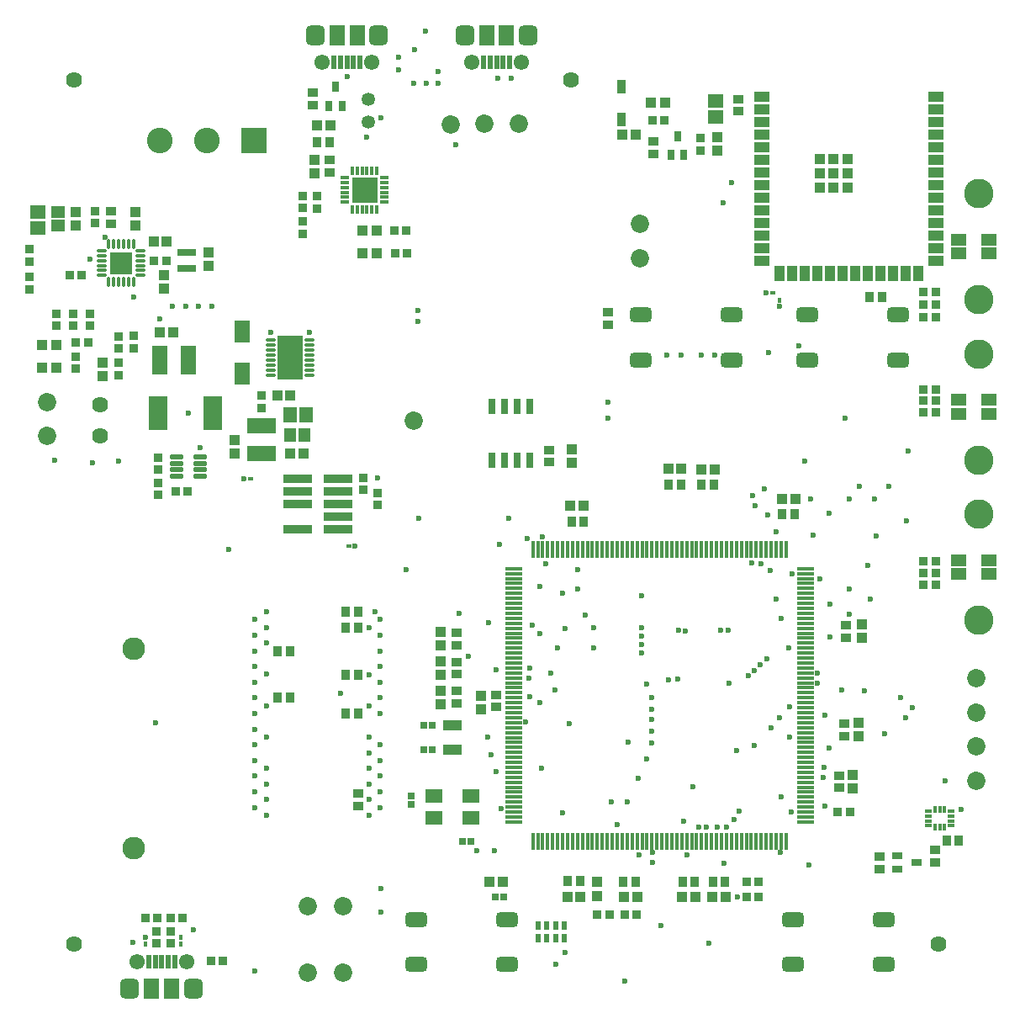
<source format=gts>
G04*
G04 #@! TF.GenerationSoftware,Altium Limited,Altium Designer,20.2.5 (213)*
G04*
G04 Layer_Color=8388736*
%FSLAX25Y25*%
%MOIN*%
G70*
G04*
G04 #@! TF.SameCoordinates,C1AB7A55-160F-408B-B7C6-D50FE72A222F*
G04*
G04*
G04 #@! TF.FilePolarity,Negative*
G04*
G01*
G75*
%ADD19R,0.02362X0.03543*%
%ADD20R,0.03543X0.03937*%
G04:AMPARAMS|DCode=21|XSize=63.78mil|YSize=14.96mil|CornerRadius=2.35mil|HoleSize=0mil|Usage=FLASHONLY|Rotation=270.000|XOffset=0mil|YOffset=0mil|HoleType=Round|Shape=RoundedRectangle|*
%AMROUNDEDRECTD21*
21,1,0.06378,0.01025,0,0,270.0*
21,1,0.05907,0.01496,0,0,270.0*
1,1,0.00471,-0.00513,-0.02954*
1,1,0.00471,-0.00513,0.02954*
1,1,0.00471,0.00513,0.02954*
1,1,0.00471,0.00513,-0.02954*
%
%ADD21ROUNDEDRECTD21*%
G04:AMPARAMS|DCode=22|XSize=63.78mil|YSize=14.96mil|CornerRadius=2.35mil|HoleSize=0mil|Usage=FLASHONLY|Rotation=180.000|XOffset=0mil|YOffset=0mil|HoleType=Round|Shape=RoundedRectangle|*
%AMROUNDEDRECTD22*
21,1,0.06378,0.01025,0,0,180.0*
21,1,0.05907,0.01496,0,0,180.0*
1,1,0.00471,-0.02954,0.00513*
1,1,0.00471,0.02954,0.00513*
1,1,0.00471,0.02954,-0.00513*
1,1,0.00471,-0.02954,-0.00513*
%
%ADD22ROUNDEDRECTD22*%
%ADD23R,0.02756X0.06102*%
%ADD24R,0.03937X0.04331*%
%ADD25R,0.10000X0.17480*%
G04:AMPARAMS|DCode=26|XSize=37.8mil|YSize=14.57mil|CornerRadius=3.3mil|HoleSize=0mil|Usage=FLASHONLY|Rotation=0.000|XOffset=0mil|YOffset=0mil|HoleType=Round|Shape=RoundedRectangle|*
%AMROUNDEDRECTD26*
21,1,0.03780,0.00797,0,0,0.0*
21,1,0.03120,0.01457,0,0,0.0*
1,1,0.00659,0.01560,-0.00399*
1,1,0.00659,-0.01560,-0.00399*
1,1,0.00659,-0.01560,0.00399*
1,1,0.00659,0.01560,0.00399*
%
%ADD26ROUNDEDRECTD26*%
G04:AMPARAMS|DCode=27|XSize=59.06mil|YSize=86.61mil|CornerRadius=15.75mil|HoleSize=0mil|Usage=FLASHONLY|Rotation=90.000|XOffset=0mil|YOffset=0mil|HoleType=Round|Shape=RoundedRectangle|*
%AMROUNDEDRECTD27*
21,1,0.05906,0.05512,0,0,90.0*
21,1,0.02756,0.08661,0,0,90.0*
1,1,0.03150,0.02756,0.01378*
1,1,0.03150,0.02756,-0.01378*
1,1,0.03150,-0.02756,-0.01378*
1,1,0.03150,-0.02756,0.01378*
%
%ADD27ROUNDEDRECTD27*%
%ADD28R,0.05945X0.04764*%
%ADD29R,0.03937X0.03937*%
%ADD30R,0.06299X0.03937*%
%ADD31R,0.03937X0.06299*%
%ADD32R,0.03347X0.03740*%
%ADD33R,0.03740X0.01575*%
G04:AMPARAMS|DCode=34|XSize=37.01mil|YSize=14.17mil|CornerRadius=3.25mil|HoleSize=0mil|Usage=FLASHONLY|Rotation=90.000|XOffset=0mil|YOffset=0mil|HoleType=Round|Shape=RoundedRectangle|*
%AMROUNDEDRECTD34*
21,1,0.03701,0.00768,0,0,90.0*
21,1,0.03051,0.01417,0,0,90.0*
1,1,0.00650,0.00384,0.01526*
1,1,0.00650,0.00384,-0.01526*
1,1,0.00650,-0.00384,-0.01526*
1,1,0.00650,-0.00384,0.01526*
%
%ADD34ROUNDEDRECTD34*%
G04:AMPARAMS|DCode=35|XSize=37.01mil|YSize=14.17mil|CornerRadius=3.25mil|HoleSize=0mil|Usage=FLASHONLY|Rotation=0.000|XOffset=0mil|YOffset=0mil|HoleType=Round|Shape=RoundedRectangle|*
%AMROUNDEDRECTD35*
21,1,0.03701,0.00768,0,0,0.0*
21,1,0.03051,0.01417,0,0,0.0*
1,1,0.00650,0.01526,-0.00384*
1,1,0.00650,-0.01526,-0.00384*
1,1,0.00650,-0.01526,0.00384*
1,1,0.00650,0.01526,0.00384*
%
%ADD35ROUNDEDRECTD35*%
%ADD36R,0.08661X0.08661*%
%ADD37R,0.03740X0.03347*%
%ADD38R,0.02756X0.02913*%
%ADD39R,0.03937X0.03543*%
%ADD40R,0.02132X0.01778*%
%ADD41R,0.04331X0.03937*%
%ADD42R,0.11378X0.03307*%
%ADD43R,0.04134X0.04134*%
%ADD44R,0.04134X0.04134*%
%ADD45R,0.03150X0.03937*%
%ADD46R,0.01968X0.05709*%
%ADD47R,0.06299X0.07874*%
%ADD48R,0.01778X0.02132*%
G04:AMPARAMS|DCode=49|XSize=52.76mil|YSize=22.05mil|CornerRadius=6.5mil|HoleSize=0mil|Usage=FLASHONLY|Rotation=180.000|XOffset=0mil|YOffset=0mil|HoleType=Round|Shape=RoundedRectangle|*
%AMROUNDEDRECTD49*
21,1,0.05276,0.00906,0,0,180.0*
21,1,0.03976,0.02205,0,0,180.0*
1,1,0.01299,-0.01988,0.00453*
1,1,0.01299,0.01988,0.00453*
1,1,0.01299,0.01988,-0.00453*
1,1,0.01299,-0.01988,-0.00453*
%
%ADD49ROUNDEDRECTD49*%
%ADD50R,0.07677X0.13780*%
%ADD51R,0.05512X0.04724*%
%ADD52R,0.01575X0.03740*%
%ADD53R,0.10433X0.10433*%
%ADD54R,0.04724X0.05512*%
%ADD55R,0.07480X0.04331*%
%ADD56R,0.07480X0.02756*%
%ADD57C,0.05315*%
%ADD58R,0.06299X0.08740*%
%ADD59R,0.02913X0.02756*%
%ADD60R,0.06693X0.05315*%
%ADD61R,0.01772X0.02677*%
%ADD62R,0.02677X0.01772*%
%ADD63R,0.03937X0.03150*%
%ADD64R,0.05906X0.05512*%
%ADD65R,0.03347X0.05315*%
%ADD66R,0.02959X0.02762*%
%ADD67R,0.05906X0.11417*%
%ADD68R,0.11417X0.05906*%
%ADD69R,0.05512X0.05906*%
%ADD70C,0.07284*%
%ADD71C,0.02362*%
%ADD72C,0.11693*%
%ADD73C,0.01968*%
%ADD74C,0.08957*%
G04:AMPARAMS|DCode=75|XSize=74.8mil|YSize=78.74mil|CornerRadius=19.68mil|HoleSize=0mil|Usage=FLASHONLY|Rotation=180.000|XOffset=0mil|YOffset=0mil|HoleType=Round|Shape=RoundedRectangle|*
%AMROUNDEDRECTD75*
21,1,0.07480,0.03937,0,0,180.0*
21,1,0.03543,0.07874,0,0,180.0*
1,1,0.03937,-0.01772,0.01968*
1,1,0.03937,0.01772,0.01968*
1,1,0.03937,0.01772,-0.01968*
1,1,0.03937,-0.01772,-0.01968*
%
%ADD75ROUNDEDRECTD75*%
%ADD76C,0.06102*%
%ADD77R,0.10138X0.10138*%
%ADD78C,0.10138*%
%ADD79C,0.06394*%
D19*
X964295Y554639D02*
D03*
X957209D02*
D03*
X953665D02*
D03*
Y559364D02*
D03*
X957209D02*
D03*
X964295D02*
D03*
X960752D02*
D03*
Y554639D02*
D03*
D20*
X871232Y870000D02*
D03*
X866311D02*
D03*
X850539Y649700D02*
D03*
X855461D02*
D03*
X882461Y677600D02*
D03*
X877539D02*
D03*
X855461Y668300D02*
D03*
X850539D02*
D03*
X882461Y683800D02*
D03*
X877539D02*
D03*
X882461Y643500D02*
D03*
X877539D02*
D03*
Y659000D02*
D03*
X882461D02*
D03*
X971961Y719500D02*
D03*
X967039D02*
D03*
X1055333Y722479D02*
D03*
X1050412D02*
D03*
X1018554Y734339D02*
D03*
X1023475D02*
D03*
X1005539D02*
D03*
X1010461D02*
D03*
X992567Y576842D02*
D03*
X987646D02*
D03*
X1015961Y577000D02*
D03*
X1011039D02*
D03*
X1023039D02*
D03*
X1027961D02*
D03*
X965421Y577181D02*
D03*
X970343D02*
D03*
X1120643Y593051D02*
D03*
X1115722D02*
D03*
X1085129Y808417D02*
D03*
X1090051D02*
D03*
D21*
X951697Y708524D02*
D03*
X953665D02*
D03*
X955634D02*
D03*
X957602D02*
D03*
X961539D02*
D03*
X965476D02*
D03*
X967445D02*
D03*
X969413D02*
D03*
X971382D02*
D03*
X973350D02*
D03*
X975319D02*
D03*
X977287D02*
D03*
X979256D02*
D03*
X981224D02*
D03*
X983193D02*
D03*
X985161D02*
D03*
X987130D02*
D03*
X989098D02*
D03*
X991067D02*
D03*
X993035D02*
D03*
X995004D02*
D03*
X996972D02*
D03*
X998941D02*
D03*
X1000909D02*
D03*
X1002878D02*
D03*
X1004846D02*
D03*
X1006815D02*
D03*
X1008784D02*
D03*
X1010752D02*
D03*
X1012720D02*
D03*
X1014689D02*
D03*
X1016658D02*
D03*
X1018626D02*
D03*
X1020595D02*
D03*
X1022563D02*
D03*
X1024531D02*
D03*
X1026500D02*
D03*
X1028469D02*
D03*
X1030437D02*
D03*
X1032405D02*
D03*
X1034374D02*
D03*
X1036343D02*
D03*
X1038311D02*
D03*
X1040279D02*
D03*
X1042248D02*
D03*
X1044217D02*
D03*
X1046185D02*
D03*
X1048153D02*
D03*
X1050122D02*
D03*
X1052091D02*
D03*
Y592972D02*
D03*
X1050122D02*
D03*
X1048153D02*
D03*
X1046185D02*
D03*
X1044217D02*
D03*
X1042248D02*
D03*
X1040279D02*
D03*
X1038311D02*
D03*
X1036343D02*
D03*
X1034374D02*
D03*
X1032405D02*
D03*
X1030437D02*
D03*
X1028469D02*
D03*
X1026500D02*
D03*
X1024531D02*
D03*
X1022563D02*
D03*
X1020595D02*
D03*
X1018626D02*
D03*
X1016658D02*
D03*
X1014689D02*
D03*
X1012720D02*
D03*
X1010752D02*
D03*
X1008784D02*
D03*
X1006815D02*
D03*
X1004846D02*
D03*
X1002878D02*
D03*
X1000909D02*
D03*
X998941D02*
D03*
X996972D02*
D03*
X995004D02*
D03*
X993035D02*
D03*
X991067D02*
D03*
X989098D02*
D03*
X987130D02*
D03*
X985161D02*
D03*
X983193D02*
D03*
X981224D02*
D03*
X979256D02*
D03*
X977287D02*
D03*
X975319D02*
D03*
X973350D02*
D03*
X971382D02*
D03*
X969413D02*
D03*
X967445D02*
D03*
X965476D02*
D03*
X963508D02*
D03*
X961539D02*
D03*
X959571D02*
D03*
X957602D02*
D03*
X955634D02*
D03*
X953665D02*
D03*
X951697D02*
D03*
X963508Y708524D02*
D03*
X959571D02*
D03*
D22*
X1059669Y700945D02*
D03*
Y698976D02*
D03*
Y697008D02*
D03*
Y695039D02*
D03*
Y693071D02*
D03*
Y691102D02*
D03*
Y689134D02*
D03*
Y687165D02*
D03*
Y685197D02*
D03*
Y683228D02*
D03*
Y681260D02*
D03*
Y679291D02*
D03*
Y677323D02*
D03*
Y675354D02*
D03*
Y673386D02*
D03*
Y671417D02*
D03*
Y669449D02*
D03*
Y667480D02*
D03*
Y665512D02*
D03*
Y663543D02*
D03*
Y661575D02*
D03*
Y659606D02*
D03*
Y657638D02*
D03*
Y655669D02*
D03*
Y653701D02*
D03*
Y651732D02*
D03*
Y649764D02*
D03*
Y647795D02*
D03*
Y645827D02*
D03*
Y643858D02*
D03*
Y641890D02*
D03*
Y639921D02*
D03*
Y637953D02*
D03*
Y635984D02*
D03*
Y634016D02*
D03*
Y632047D02*
D03*
Y630079D02*
D03*
Y628110D02*
D03*
Y626142D02*
D03*
Y624173D02*
D03*
Y622205D02*
D03*
Y620236D02*
D03*
Y618268D02*
D03*
Y616299D02*
D03*
Y614331D02*
D03*
Y612362D02*
D03*
Y610394D02*
D03*
Y608425D02*
D03*
Y606457D02*
D03*
Y604488D02*
D03*
Y602520D02*
D03*
Y600551D02*
D03*
X944118D02*
D03*
Y602520D02*
D03*
Y604488D02*
D03*
Y606457D02*
D03*
Y608425D02*
D03*
Y610394D02*
D03*
Y612362D02*
D03*
Y614331D02*
D03*
Y616299D02*
D03*
Y618268D02*
D03*
Y620236D02*
D03*
Y622205D02*
D03*
Y624173D02*
D03*
Y626142D02*
D03*
Y628110D02*
D03*
Y630079D02*
D03*
Y632047D02*
D03*
Y634016D02*
D03*
Y635984D02*
D03*
Y637953D02*
D03*
Y639921D02*
D03*
Y641890D02*
D03*
Y643858D02*
D03*
Y645827D02*
D03*
Y647795D02*
D03*
Y649764D02*
D03*
Y651732D02*
D03*
Y653701D02*
D03*
Y655669D02*
D03*
Y657638D02*
D03*
Y659606D02*
D03*
Y661575D02*
D03*
Y663543D02*
D03*
Y665512D02*
D03*
Y667480D02*
D03*
Y669449D02*
D03*
Y671417D02*
D03*
Y673386D02*
D03*
Y675354D02*
D03*
Y677323D02*
D03*
Y679291D02*
D03*
Y681260D02*
D03*
Y683228D02*
D03*
Y685197D02*
D03*
Y687165D02*
D03*
Y689134D02*
D03*
Y691102D02*
D03*
Y693071D02*
D03*
Y695039D02*
D03*
Y697008D02*
D03*
Y698976D02*
D03*
Y700945D02*
D03*
D23*
X935500Y743772D02*
D03*
X940500D02*
D03*
X945500D02*
D03*
X950500D02*
D03*
X935500Y765228D02*
D03*
X940500D02*
D03*
X945500D02*
D03*
X950500D02*
D03*
D24*
X1055797Y728500D02*
D03*
X1050482D02*
D03*
X987307Y873000D02*
D03*
X992622D02*
D03*
X1023672Y740295D02*
D03*
X1018357D02*
D03*
X1010658Y740453D02*
D03*
X1005342D02*
D03*
X939976Y577000D02*
D03*
X934661D02*
D03*
X971930Y725802D02*
D03*
X966615D02*
D03*
X871528Y876500D02*
D03*
X866213D02*
D03*
X993157Y571000D02*
D03*
X987842D02*
D03*
X1028158D02*
D03*
X1022843D02*
D03*
X970658D02*
D03*
X965343D02*
D03*
X1010843D02*
D03*
X1016158D02*
D03*
X809303Y794500D02*
D03*
X803988D02*
D03*
X860972Y746488D02*
D03*
X855657D02*
D03*
X850342Y769500D02*
D03*
X855657D02*
D03*
X801342Y830500D02*
D03*
X806658D02*
D03*
D25*
X855500Y784500D02*
D03*
D26*
X863118Y791390D02*
D03*
Y789421D02*
D03*
Y787453D02*
D03*
Y785484D02*
D03*
Y783516D02*
D03*
Y781547D02*
D03*
Y779579D02*
D03*
Y777610D02*
D03*
X847882D02*
D03*
Y779579D02*
D03*
Y781547D02*
D03*
Y783516D02*
D03*
Y785484D02*
D03*
Y787453D02*
D03*
Y789421D02*
D03*
Y791390D02*
D03*
D27*
X1090819Y561858D02*
D03*
Y544142D02*
D03*
X1054992D02*
D03*
Y561858D02*
D03*
X1030413Y783642D02*
D03*
Y801358D02*
D03*
X994587D02*
D03*
Y783642D02*
D03*
X1060587D02*
D03*
Y801358D02*
D03*
X1096413D02*
D03*
Y783642D02*
D03*
X905587Y544142D02*
D03*
Y561858D02*
D03*
X941413D02*
D03*
Y544142D02*
D03*
D28*
X1120595Y831309D02*
D03*
Y825797D02*
D03*
X1132405Y831309D02*
D03*
Y825797D02*
D03*
X1120595Y767756D02*
D03*
Y762244D02*
D03*
X1132405Y767756D02*
D03*
Y762244D02*
D03*
Y698744D02*
D03*
Y704256D02*
D03*
X1120595Y698744D02*
D03*
Y704256D02*
D03*
D29*
X1070988Y857512D02*
D03*
X1065476D02*
D03*
X1076500D02*
D03*
X1065476Y852000D02*
D03*
X1070988D02*
D03*
X1076500D02*
D03*
X1065476Y863024D02*
D03*
X1070988D02*
D03*
X1076500D02*
D03*
D30*
X1042445Y887906D02*
D03*
Y882905D02*
D03*
Y877905D02*
D03*
Y872906D02*
D03*
Y867906D02*
D03*
Y862906D02*
D03*
Y857905D02*
D03*
Y852905D02*
D03*
Y847906D02*
D03*
Y842906D02*
D03*
Y837906D02*
D03*
Y832905D02*
D03*
Y827905D02*
D03*
Y822906D02*
D03*
X1111343D02*
D03*
Y827905D02*
D03*
Y832905D02*
D03*
Y837906D02*
D03*
Y842906D02*
D03*
Y847906D02*
D03*
Y852905D02*
D03*
Y857905D02*
D03*
Y862906D02*
D03*
Y877905D02*
D03*
Y882905D02*
D03*
Y887906D02*
D03*
Y867906D02*
D03*
Y872906D02*
D03*
D31*
X1049394Y817984D02*
D03*
X1054394D02*
D03*
X1059394D02*
D03*
X1064394D02*
D03*
X1069394D02*
D03*
X1074394D02*
D03*
X1079394D02*
D03*
X1084394D02*
D03*
X1089394D02*
D03*
X1094394D02*
D03*
X1099394D02*
D03*
X1104394D02*
D03*
D32*
X1106638Y699137D02*
D03*
X1111362D02*
D03*
X896756Y834886D02*
D03*
X901480D02*
D03*
X897122Y826000D02*
D03*
X901847D02*
D03*
X824138Y545633D02*
D03*
X828862D02*
D03*
X798103Y562577D02*
D03*
X802827D02*
D03*
X812862D02*
D03*
X808138D02*
D03*
X999008Y878575D02*
D03*
X1003732D02*
D03*
X1106638Y805500D02*
D03*
X1111362D02*
D03*
X1106638Y810500D02*
D03*
X1111362D02*
D03*
X1106638Y800500D02*
D03*
X1111362D02*
D03*
X1106638Y767468D02*
D03*
X1111362D02*
D03*
X1106638Y772000D02*
D03*
X1111362D02*
D03*
X977287Y564000D02*
D03*
X982012D02*
D03*
X1072642Y604488D02*
D03*
X1077366D02*
D03*
X1041224Y577000D02*
D03*
X1036500D02*
D03*
X992862Y564000D02*
D03*
X988138D02*
D03*
X1041224Y571000D02*
D03*
X1036500D02*
D03*
X1111362Y703870D02*
D03*
X1106638D02*
D03*
X1111362Y694603D02*
D03*
X1106638D02*
D03*
X1111362Y763000D02*
D03*
X1106638D02*
D03*
X775362Y790500D02*
D03*
X770638D02*
D03*
X814862Y731500D02*
D03*
X810138D02*
D03*
X801638Y822984D02*
D03*
X806362D02*
D03*
X772724Y817079D02*
D03*
X768000D02*
D03*
D33*
X892677Y850016D02*
D03*
Y848047D02*
D03*
X877323Y855921D02*
D03*
Y853953D02*
D03*
Y851984D02*
D03*
Y850016D02*
D03*
Y848047D02*
D03*
Y846079D02*
D03*
X892677D02*
D03*
Y851984D02*
D03*
Y853953D02*
D03*
Y855921D02*
D03*
D34*
X783579Y814382D02*
D03*
X785547D02*
D03*
X787516D02*
D03*
X789484D02*
D03*
X791453D02*
D03*
X793421D02*
D03*
Y829618D02*
D03*
X791453D02*
D03*
X789484D02*
D03*
X787516D02*
D03*
X785547D02*
D03*
X783579D02*
D03*
D35*
X780882Y826921D02*
D03*
Y824953D02*
D03*
Y822984D02*
D03*
Y821016D02*
D03*
Y819047D02*
D03*
Y817079D02*
D03*
X796118D02*
D03*
Y819047D02*
D03*
Y821016D02*
D03*
Y822984D02*
D03*
Y824953D02*
D03*
Y826921D02*
D03*
D36*
X788500Y822000D02*
D03*
D37*
X890000Y726138D02*
D03*
Y730862D02*
D03*
X808000Y552378D02*
D03*
Y557102D02*
D03*
X802631D02*
D03*
Y552378D02*
D03*
X778000Y837835D02*
D03*
Y842559D02*
D03*
X860492Y838362D02*
D03*
Y833638D02*
D03*
X762953Y797138D02*
D03*
Y801862D02*
D03*
X752000Y816362D02*
D03*
Y811638D02*
D03*
Y822638D02*
D03*
Y827362D02*
D03*
X866000Y843638D02*
D03*
Y848362D02*
D03*
X860492Y848441D02*
D03*
Y843717D02*
D03*
X1018000Y866677D02*
D03*
Y871402D02*
D03*
X803000Y734862D02*
D03*
Y730138D02*
D03*
X769476Y797138D02*
D03*
Y801862D02*
D03*
X884500Y736862D02*
D03*
Y732138D02*
D03*
X776000Y801862D02*
D03*
Y797138D02*
D03*
X770638Y784822D02*
D03*
Y780098D02*
D03*
X803075Y744998D02*
D03*
Y740274D02*
D03*
X793500Y788335D02*
D03*
Y793059D02*
D03*
X787500Y793000D02*
D03*
Y788276D02*
D03*
Y782362D02*
D03*
Y777638D02*
D03*
X844000Y769362D02*
D03*
Y764638D02*
D03*
D38*
X908524Y638937D02*
D03*
X911988D02*
D03*
Y629095D02*
D03*
X908524D02*
D03*
X927232Y593000D02*
D03*
X923768D02*
D03*
D39*
X882461Y611861D02*
D03*
Y606939D02*
D03*
X864500Y884539D02*
D03*
Y889461D02*
D03*
X958000Y747961D02*
D03*
Y743039D02*
D03*
X784500Y842461D02*
D03*
Y837539D02*
D03*
X921489Y675461D02*
D03*
Y670539D02*
D03*
X1075961Y673634D02*
D03*
Y678555D02*
D03*
X921489Y659039D02*
D03*
Y663961D02*
D03*
X937000Y650961D02*
D03*
Y646039D02*
D03*
X921489Y652461D02*
D03*
Y647539D02*
D03*
X1075000Y639461D02*
D03*
Y634539D02*
D03*
X1073000Y614039D02*
D03*
Y618961D02*
D03*
X871000Y857890D02*
D03*
Y862811D02*
D03*
X1111000Y589461D02*
D03*
Y584539D02*
D03*
X1089000Y586764D02*
D03*
Y581843D02*
D03*
X999500Y870122D02*
D03*
Y865201D02*
D03*
X1033000Y882039D02*
D03*
Y886961D02*
D03*
X981500Y797546D02*
D03*
Y802468D02*
D03*
D40*
X881279Y710000D02*
D03*
X878720D02*
D03*
X1044221Y810279D02*
D03*
X1046780D02*
D03*
X837220Y736500D02*
D03*
X839779D02*
D03*
D41*
X915268Y670500D02*
D03*
Y675815D02*
D03*
X967000Y742842D02*
D03*
Y748158D02*
D03*
X770500Y842150D02*
D03*
Y836835D02*
D03*
X915268Y652658D02*
D03*
Y647342D02*
D03*
Y664157D02*
D03*
Y658843D02*
D03*
X931114Y650453D02*
D03*
Y645138D02*
D03*
X1082063Y673437D02*
D03*
Y678752D02*
D03*
X1080907Y634437D02*
D03*
Y639752D02*
D03*
X1078618Y619138D02*
D03*
Y613823D02*
D03*
X865137Y862969D02*
D03*
Y857654D02*
D03*
X1024980Y866382D02*
D03*
Y871697D02*
D03*
X781000Y782657D02*
D03*
Y777343D02*
D03*
X833500Y751803D02*
D03*
Y746488D02*
D03*
X823000Y826157D02*
D03*
Y820842D02*
D03*
X794133Y836843D02*
D03*
Y842157D02*
D03*
X805500Y811764D02*
D03*
Y817079D02*
D03*
D42*
X858488Y736500D02*
D03*
X874512D02*
D03*
X858488Y731500D02*
D03*
X874512D02*
D03*
X858488Y726500D02*
D03*
X874512D02*
D03*
Y721500D02*
D03*
X858488Y716500D02*
D03*
X874512D02*
D03*
D43*
X1004323Y885500D02*
D03*
X998417D02*
D03*
X762953Y780534D02*
D03*
X757047D02*
D03*
X762953Y789575D02*
D03*
X757047D02*
D03*
X884075Y834886D02*
D03*
X889980D02*
D03*
X884031Y826000D02*
D03*
X889937D02*
D03*
D44*
X977287Y576953D02*
D03*
Y571047D02*
D03*
D45*
X870941Y884260D02*
D03*
X876059D02*
D03*
X873500Y891740D02*
D03*
X1009000Y872189D02*
D03*
X1011559Y864709D02*
D03*
X1006441D02*
D03*
D46*
X802004Y545130D02*
D03*
X799445D02*
D03*
X807122D02*
D03*
X809681D02*
D03*
X804563D02*
D03*
X878063Y901591D02*
D03*
X872945D02*
D03*
X875504D02*
D03*
X883181D02*
D03*
X880622D02*
D03*
X939941D02*
D03*
X942500D02*
D03*
X934823D02*
D03*
X932264D02*
D03*
X937382D02*
D03*
D47*
X800626Y534500D02*
D03*
X808500D02*
D03*
X874126Y912220D02*
D03*
X882000D02*
D03*
X941319D02*
D03*
X933445D02*
D03*
D48*
X812211Y554779D02*
D03*
Y552220D02*
D03*
X798323Y554779D02*
D03*
Y552220D02*
D03*
X1049394Y804720D02*
D03*
Y807279D02*
D03*
D49*
X819732Y737518D02*
D03*
Y740077D02*
D03*
Y742636D02*
D03*
Y745195D02*
D03*
X810401D02*
D03*
Y742636D02*
D03*
Y740077D02*
D03*
Y737518D02*
D03*
D50*
X824925Y762500D02*
D03*
X803075D02*
D03*
D51*
X763500Y836736D02*
D03*
Y842248D02*
D03*
D52*
X889921Y858677D02*
D03*
X887953D02*
D03*
X885984D02*
D03*
X884016D02*
D03*
X882047D02*
D03*
X880079D02*
D03*
Y843323D02*
D03*
X882047D02*
D03*
X884016D02*
D03*
X885984D02*
D03*
X887953D02*
D03*
X889921D02*
D03*
D53*
X885000Y851000D02*
D03*
D54*
X861169Y754000D02*
D03*
X855657D02*
D03*
D55*
X919819Y629102D02*
D03*
Y638945D02*
D03*
D56*
X814500Y819950D02*
D03*
Y826250D02*
D03*
D57*
X886500Y877783D02*
D03*
Y887000D02*
D03*
D58*
X836500Y778173D02*
D03*
Y794827D02*
D03*
D59*
X903477Y610956D02*
D03*
Y607491D02*
D03*
D60*
X927299Y610803D02*
D03*
X912339D02*
D03*
X927299Y602142D02*
D03*
X912339D02*
D03*
D61*
X1111032Y605642D02*
D03*
X1113000D02*
D03*
X1114968D02*
D03*
X1111032Y598358D02*
D03*
X1113000D02*
D03*
X1114968D02*
D03*
D62*
X1117626Y604953D02*
D03*
Y602984D02*
D03*
Y601016D02*
D03*
Y599047D02*
D03*
X1108374Y604953D02*
D03*
Y602984D02*
D03*
Y601016D02*
D03*
Y599047D02*
D03*
D63*
X1103740Y584500D02*
D03*
X1096260Y581941D02*
D03*
Y587059D02*
D03*
D64*
X1024075Y879756D02*
D03*
Y886055D02*
D03*
X755500Y835850D02*
D03*
Y842150D02*
D03*
D65*
X986815Y891996D02*
D03*
Y879004D02*
D03*
D66*
X936728Y570972D02*
D03*
X940272D02*
D03*
D67*
X815012Y783500D02*
D03*
X803988D02*
D03*
D68*
X844000Y757512D02*
D03*
Y746488D02*
D03*
D69*
X861957Y762000D02*
D03*
X855657D02*
D03*
D70*
X994000Y837500D02*
D03*
Y824000D02*
D03*
X904500Y759500D02*
D03*
X919000Y877000D02*
D03*
X932500Y877039D02*
D03*
X946000D02*
D03*
X1127500Y630500D02*
D03*
Y657500D02*
D03*
Y644000D02*
D03*
Y617000D02*
D03*
X876500Y567224D02*
D03*
X862500Y541000D02*
D03*
Y567224D02*
D03*
X876500Y541000D02*
D03*
X759000Y753500D02*
D03*
Y767000D02*
D03*
D71*
X909000Y914000D02*
D03*
X906500Y721000D02*
D03*
X1092827Y733500D02*
D03*
X1087000Y728453D02*
D03*
X815000Y762500D02*
D03*
X1075500Y760500D02*
D03*
X1084500Y702295D02*
D03*
X1091000Y635500D02*
D03*
X1061000Y583500D02*
D03*
X1002500Y559500D02*
D03*
X1021500Y552500D02*
D03*
X988000Y537500D02*
D03*
X841500Y541500D02*
D03*
X802000Y640000D02*
D03*
X831000Y708500D02*
D03*
X875641Y651472D02*
D03*
X960500Y653000D02*
D03*
X989383Y632099D02*
D03*
X1032500Y629000D02*
D03*
X1015000Y614500D02*
D03*
X1029500Y655500D02*
D03*
X975687Y677500D02*
D03*
X901847Y826000D02*
D03*
X901480Y834886D02*
D03*
X921035Y868730D02*
D03*
X906000Y798976D02*
D03*
X901500Y700500D02*
D03*
X1095889Y783117D02*
D03*
X1099673Y719890D02*
D03*
X1087850Y714000D02*
D03*
X1085500Y689000D02*
D03*
X1081173Y733500D02*
D03*
X1041784Y662749D02*
D03*
X1081000Y639079D02*
D03*
X1053442Y634167D02*
D03*
X998902Y641152D02*
D03*
X999000Y588646D02*
D03*
X958755Y659606D02*
D03*
X934067Y679625D02*
D03*
X1044500Y665229D02*
D03*
X993365Y618000D02*
D03*
X950441Y650179D02*
D03*
X994779Y667472D02*
D03*
X1069500Y674000D02*
D03*
X1039716Y725871D02*
D03*
X1020595Y598500D02*
D03*
X982831Y608425D02*
D03*
X1053325Y669400D02*
D03*
X1038370Y703177D02*
D03*
X963508Y691102D02*
D03*
X1049962Y588498D02*
D03*
X1005500Y657000D02*
D03*
X1027637Y584335D02*
D03*
X999000Y584500D02*
D03*
X922508Y683228D02*
D03*
X1049605Y641890D02*
D03*
X1048153Y689000D02*
D03*
X1009332Y676440D02*
D03*
X1017500Y598484D02*
D03*
X998902Y631707D02*
D03*
X961500Y669500D02*
D03*
X891267Y655900D02*
D03*
X1067331Y643000D02*
D03*
X1012000Y676340D02*
D03*
X1044762Y722103D02*
D03*
X998902Y636640D02*
D03*
X936427Y589284D02*
D03*
X933951Y634150D02*
D03*
X964500Y677213D02*
D03*
X891267Y662100D02*
D03*
X1074000Y653000D02*
D03*
X1045992Y700295D02*
D03*
X942280Y721000D02*
D03*
X1033454Y604954D02*
D03*
X1009159Y657086D02*
D03*
X1046000Y638000D02*
D03*
X1077164Y683000D02*
D03*
X1077000Y728500D02*
D03*
X1043570Y732681D02*
D03*
X972563Y682562D02*
D03*
X1024713Y598500D02*
D03*
X938500Y710500D02*
D03*
X1054188Y604677D02*
D03*
X1067592Y606748D02*
D03*
X1054500Y699000D02*
D03*
X1048153Y715629D02*
D03*
X954562Y675039D02*
D03*
X996972Y625360D02*
D03*
X846250Y634200D02*
D03*
X935004Y627054D02*
D03*
X1053442Y646058D02*
D03*
X1037000Y658500D02*
D03*
X1038992Y729738D02*
D03*
X949500Y713000D02*
D03*
X929500Y589284D02*
D03*
X963415Y604267D02*
D03*
X955260Y622000D02*
D03*
X1050323Y681260D02*
D03*
X1042314Y703000D02*
D03*
X969500Y693000D02*
D03*
X1011500Y601000D02*
D03*
X939140Y605981D02*
D03*
X951500Y678500D02*
D03*
X846250Y671400D02*
D03*
X1050122Y610394D02*
D03*
X1083000Y652500D02*
D03*
X937046Y620552D02*
D03*
X950143Y657452D02*
D03*
X1031500Y601547D02*
D03*
X1028500Y598500D02*
D03*
X975687Y669500D02*
D03*
X955500Y713625D02*
D03*
X954562Y694000D02*
D03*
X989050Y608473D02*
D03*
X937024Y660718D02*
D03*
X1069000Y630000D02*
D03*
X966000Y639500D02*
D03*
X985161Y599663D02*
D03*
X841452Y637300D02*
D03*
X954500Y648000D02*
D03*
X1066921Y618268D02*
D03*
X1064437Y659553D02*
D03*
X981630Y760370D02*
D03*
X956784Y702784D02*
D03*
X1012720Y587500D02*
D03*
X841452Y631100D02*
D03*
X950441Y661500D02*
D03*
X1039500Y631000D02*
D03*
Y660500D02*
D03*
X994779Y670815D02*
D03*
X948696Y640053D02*
D03*
X1067016Y622205D02*
D03*
X1069500Y686935D02*
D03*
X1077164Y692785D02*
D03*
X1065347Y697008D02*
D03*
X969500Y700500D02*
D03*
X993770Y587500D02*
D03*
X926039Y666217D02*
D03*
X1064490Y655539D02*
D03*
X1030413Y853944D02*
D03*
X1027257Y846000D02*
D03*
X935500Y765228D02*
D03*
Y743772D02*
D03*
X945500Y765228D02*
D03*
X940500Y743772D02*
D03*
X1061841Y728500D02*
D03*
X1050412Y728430D02*
D03*
X1111585Y822807D02*
D03*
X1057257Y789257D02*
D03*
X1059500Y743657D02*
D03*
X981630Y766979D02*
D03*
X847882Y794539D02*
D03*
X863118D02*
D03*
X994852Y690323D02*
D03*
X1026296Y676374D02*
D03*
X1029258Y676379D02*
D03*
X994852Y677500D02*
D03*
X995310Y783384D02*
D03*
X994740Y674157D02*
D03*
X906000Y803158D02*
D03*
X866000Y843638D02*
D03*
X1060587Y801358D02*
D03*
X1093872D02*
D03*
X1085129Y808417D02*
D03*
X1064394Y817984D02*
D03*
X1131500Y762000D02*
D03*
X1132000Y699000D02*
D03*
X1097500Y649764D02*
D03*
X905587Y544142D02*
D03*
X941413D02*
D03*
X936728Y570972D02*
D03*
X939976Y577000D02*
D03*
X943207Y895134D02*
D03*
X937866D02*
D03*
X992622Y873000D02*
D03*
X1111343Y887906D02*
D03*
X1111500Y828000D02*
D03*
X1042445Y822906D02*
D03*
Y827905D02*
D03*
X1111261Y872945D02*
D03*
X1111343Y882905D02*
D03*
X1059394Y817984D02*
D03*
X1111343Y877905D02*
D03*
X1111500Y833000D02*
D03*
X1111261Y867945D02*
D03*
X1111500Y838000D02*
D03*
X1111230Y857988D02*
D03*
X1042445Y887906D02*
D03*
X1102239Y645976D02*
D03*
X1032780Y571000D02*
D03*
X964584Y549000D02*
D03*
X960752Y544197D02*
D03*
X891500Y564862D02*
D03*
X828862Y545633D02*
D03*
X882461Y611861D02*
D03*
X903477Y607491D02*
D03*
X908524Y638937D02*
D03*
X877539Y643500D02*
D03*
X960752Y559364D02*
D03*
X953665Y554639D02*
D03*
X846250Y603200D02*
D03*
X923768Y593000D02*
D03*
X776000Y823500D02*
D03*
X782000Y832256D02*
D03*
X793374Y808512D02*
D03*
X890000Y736878D02*
D03*
X915268Y658843D02*
D03*
X998902Y649733D02*
D03*
X996987Y655110D02*
D03*
X998902Y645344D02*
D03*
X1077366Y604487D02*
D03*
X886700Y603200D02*
D03*
X1041174Y570949D02*
D03*
X891267Y643500D02*
D03*
X886700Y659000D02*
D03*
Y677600D02*
D03*
X1099500Y642000D02*
D03*
X1100421Y747500D02*
D03*
X891500Y574138D02*
D03*
X889209Y683800D02*
D03*
X837220Y736500D02*
D03*
X787500Y743438D02*
D03*
X847000Y757500D02*
D03*
X841500Y757512D02*
D03*
X861169Y754000D02*
D03*
X860972Y746488D02*
D03*
X1132405Y825797D02*
D03*
X841452Y624900D02*
D03*
Y655900D02*
D03*
X846250Y683800D02*
D03*
X841452Y606272D02*
D03*
X891267Y624835D02*
D03*
Y631165D02*
D03*
Y649700D02*
D03*
Y674500D02*
D03*
Y668300D02*
D03*
Y680700D02*
D03*
Y612500D02*
D03*
Y606300D02*
D03*
X886700Y621800D02*
D03*
X891267Y618700D02*
D03*
X886700Y615600D02*
D03*
Y609400D02*
D03*
X915268Y675815D02*
D03*
Y670500D02*
D03*
X855461Y649700D02*
D03*
X877539Y659000D02*
D03*
X908524Y629095D02*
D03*
X841452Y612500D02*
D03*
Y618700D02*
D03*
Y674500D02*
D03*
Y662100D02*
D03*
X846250Y646600D02*
D03*
X841452Y668300D02*
D03*
Y649700D02*
D03*
X846250Y615600D02*
D03*
Y677600D02*
D03*
X841452Y680700D02*
D03*
Y643500D02*
D03*
X886700Y634200D02*
D03*
Y646600D02*
D03*
Y628000D02*
D03*
X846250Y621800D02*
D03*
Y659065D02*
D03*
Y609400D02*
D03*
X858488Y731500D02*
D03*
X874500D02*
D03*
X967000Y748158D02*
D03*
X1036421Y577000D02*
D03*
X858488Y726500D02*
D03*
X817000Y558000D02*
D03*
X803000Y730138D02*
D03*
X819732Y749000D02*
D03*
X873500Y891740D02*
D03*
X864500Y889461D02*
D03*
X793000Y552870D02*
D03*
X809681Y545130D02*
D03*
X881279Y710000D02*
D03*
X1006441Y864709D02*
D03*
X999500Y870122D02*
D03*
X999008Y878575D02*
D03*
X808714Y804726D02*
D03*
X814038D02*
D03*
X819224D02*
D03*
X824575D02*
D03*
X971930Y725802D02*
D03*
X966615D02*
D03*
X915268Y652658D02*
D03*
Y664157D02*
D03*
Y647342D02*
D03*
X931114Y650453D02*
D03*
Y645138D02*
D03*
X1022843Y571000D02*
D03*
X1028158D02*
D03*
X1016158D02*
D03*
X1010843D02*
D03*
X993157D02*
D03*
X987842D02*
D03*
X970658D02*
D03*
X965343D02*
D03*
X1082063Y678752D02*
D03*
Y673437D02*
D03*
X1120643Y593051D02*
D03*
X1111000Y589461D02*
D03*
X1089000Y586764D02*
D03*
X1121500Y605642D02*
D03*
X1041224Y577000D02*
D03*
X1024075Y886055D02*
D03*
Y879756D02*
D03*
X1018000Y866677D02*
D03*
X1024980Y866382D02*
D03*
X1011559Y864709D02*
D03*
X1115000Y616968D02*
D03*
X755500Y835850D02*
D03*
X752000Y811638D02*
D03*
X768000Y817079D02*
D03*
X781000Y782657D02*
D03*
X793500Y788335D02*
D03*
X806315Y822918D02*
D03*
X805452Y811697D02*
D03*
X822952Y826091D02*
D03*
X784452Y842394D02*
D03*
X794199Y842110D02*
D03*
X844000Y764638D02*
D03*
X809303Y794500D02*
D03*
X803988D02*
D03*
X815000Y786000D02*
D03*
Y780500D02*
D03*
X803988Y800000D02*
D03*
X833500Y752157D02*
D03*
X878000Y896000D02*
D03*
X882047Y848047D02*
D03*
Y853953D02*
D03*
X860492Y833638D02*
D03*
X871000Y862811D02*
D03*
X871528Y876500D02*
D03*
X866213D02*
D03*
X898500Y903461D02*
D03*
X904768Y906402D02*
D03*
X898500Y898539D02*
D03*
X904500Y893138D02*
D03*
X914000Y897862D02*
D03*
X1096260Y581941D02*
D03*
X1089000Y581843D02*
D03*
X887953Y848047D02*
D03*
Y854084D02*
D03*
X909396Y893103D02*
D03*
X1078700Y619239D02*
D03*
X981500Y797546D02*
D03*
X1080907Y634437D02*
D03*
X885984Y871758D02*
D03*
X891378Y879494D02*
D03*
X777122Y742917D02*
D03*
X762060Y743881D02*
D03*
X1044221Y810279D02*
D03*
X1049354Y804720D02*
D03*
X934661Y577000D02*
D03*
X861957Y762000D02*
D03*
X992862Y564000D02*
D03*
X1078618Y613823D02*
D03*
X1060587Y783642D02*
D03*
X914000Y893138D02*
D03*
X1054992Y544762D02*
D03*
X1090819D02*
D03*
X1023672Y785453D02*
D03*
X1018357D02*
D03*
X1010658D02*
D03*
X1004842D02*
D03*
X1030413Y783642D02*
D03*
X967000Y742842D02*
D03*
X1062850Y714024D02*
D03*
X1069138Y723000D02*
D03*
X1045000Y786500D02*
D03*
X798323Y554740D02*
D03*
X798103Y562577D02*
D03*
X813000D02*
D03*
D72*
X1128500Y722504D02*
D03*
Y680496D02*
D03*
Y849504D02*
D03*
Y807496D02*
D03*
Y786004D02*
D03*
Y743996D02*
D03*
D73*
X785350Y822000D02*
D03*
X788500Y825150D02*
D03*
X791650Y822000D02*
D03*
X788500Y818850D02*
D03*
Y822000D02*
D03*
D74*
X793500Y590350D02*
D03*
Y669091D02*
D03*
D75*
X817161Y534500D02*
D03*
X791965D02*
D03*
X890661Y912220D02*
D03*
X865465D02*
D03*
X924784D02*
D03*
X949980D02*
D03*
D76*
X794721Y545130D02*
D03*
X814406D02*
D03*
X868221Y901591D02*
D03*
X887906D02*
D03*
X947224D02*
D03*
X927539D02*
D03*
D77*
X841201Y870500D02*
D03*
D78*
X822500D02*
D03*
X803799D02*
D03*
D79*
X780000Y765799D02*
D03*
Y753594D02*
D03*
X1112409Y552102D02*
D03*
X769890D02*
D03*
Y894610D02*
D03*
X966740Y894610D02*
D03*
M02*

</source>
